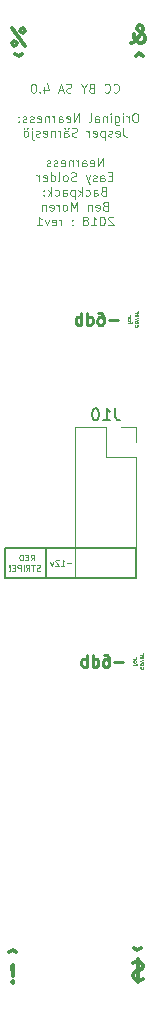
<source format=gbr>
G04 #@! TF.GenerationSoftware,KiCad,Pcbnew,(5.0.0-rc2-47-g52fceb3)*
G04 #@! TF.CreationDate,2018-06-13T16:52:08-05:00*
G04 #@! TF.ProjectId,nearness,6E6561726E6573732E6B696361645F70,rev?*
G04 #@! TF.SameCoordinates,Original*
G04 #@! TF.FileFunction,Legend,Bot*
G04 #@! TF.FilePolarity,Positive*
%FSLAX46Y46*%
G04 Gerber Fmt 4.6, Leading zero omitted, Abs format (unit mm)*
G04 Created by KiCad (PCBNEW (5.0.0-rc2-47-g52fceb3)) date Wednesday, June 13, 2018 at 04:52:08 PM*
%MOMM*%
%LPD*%
G01*
G04 APERTURE LIST*
%ADD10C,0.300000*%
%ADD11C,0.250000*%
%ADD12C,0.125000*%
%ADD13C,0.087500*%
%ADD14C,0.200000*%
%ADD15C,0.120000*%
%ADD16C,0.150000*%
G04 APERTURE END LIST*
D10*
X48633142Y-15664571D02*
X48704571Y-15664571D01*
X48847428Y-15593142D01*
X49061714Y-15378857D01*
X49418857Y-14950285D01*
X49561714Y-14736000D01*
X49633142Y-14521714D01*
X49633142Y-14378857D01*
X49561714Y-14236000D01*
X49418857Y-14164571D01*
X49347428Y-14164571D01*
X49204571Y-14236000D01*
X49133142Y-14378857D01*
X49133142Y-14450285D01*
X49204571Y-14593142D01*
X49276000Y-14664571D01*
X49704571Y-14950285D01*
X49776000Y-15021714D01*
X49847428Y-15164571D01*
X49847428Y-15378857D01*
X49776000Y-15521714D01*
X49704571Y-15593142D01*
X49561714Y-15664571D01*
X49347428Y-15664571D01*
X49204571Y-15593142D01*
X49133142Y-15521714D01*
X48918857Y-15236000D01*
X48847428Y-15021714D01*
X48847428Y-14878857D01*
X49041085Y-16745828D02*
X49326800Y-16531542D01*
X49612514Y-16745828D01*
D11*
X47994985Y-68092628D02*
X47233081Y-68092628D01*
X46328319Y-67473580D02*
X46518795Y-67473580D01*
X46614033Y-67521200D01*
X46661652Y-67568819D01*
X46756890Y-67711676D01*
X46804509Y-67902152D01*
X46804509Y-68283104D01*
X46756890Y-68378342D01*
X46709271Y-68425961D01*
X46614033Y-68473580D01*
X46423557Y-68473580D01*
X46328319Y-68425961D01*
X46280700Y-68378342D01*
X46233081Y-68283104D01*
X46233081Y-68045009D01*
X46280700Y-67949771D01*
X46328319Y-67902152D01*
X46423557Y-67854533D01*
X46614033Y-67854533D01*
X46709271Y-67902152D01*
X46756890Y-67949771D01*
X46804509Y-68045009D01*
X45375938Y-68473580D02*
X45375938Y-67473580D01*
X45375938Y-68425961D02*
X45471176Y-68473580D01*
X45661652Y-68473580D01*
X45756890Y-68425961D01*
X45804509Y-68378342D01*
X45852128Y-68283104D01*
X45852128Y-67997390D01*
X45804509Y-67902152D01*
X45756890Y-67854533D01*
X45661652Y-67806914D01*
X45471176Y-67806914D01*
X45375938Y-67854533D01*
X44899747Y-68473580D02*
X44899747Y-67473580D01*
X44899747Y-67854533D02*
X44804509Y-67806914D01*
X44614033Y-67806914D01*
X44518795Y-67854533D01*
X44471176Y-67902152D01*
X44423557Y-67997390D01*
X44423557Y-68283104D01*
X44471176Y-68378342D01*
X44518795Y-68425961D01*
X44614033Y-68473580D01*
X44804509Y-68473580D01*
X44899747Y-68425961D01*
D12*
X43579942Y-59725714D02*
X43198990Y-59725714D01*
X42698990Y-59916190D02*
X42984704Y-59916190D01*
X42841847Y-59916190D02*
X42841847Y-59416190D01*
X42889466Y-59487619D01*
X42937085Y-59535238D01*
X42984704Y-59559047D01*
X42508514Y-59463809D02*
X42484704Y-59440000D01*
X42437085Y-59416190D01*
X42318038Y-59416190D01*
X42270419Y-59440000D01*
X42246609Y-59463809D01*
X42222800Y-59511428D01*
X42222800Y-59559047D01*
X42246609Y-59630476D01*
X42532323Y-59916190D01*
X42222800Y-59916190D01*
X42056133Y-59582857D02*
X41937085Y-59916190D01*
X41818038Y-59582857D01*
D13*
X48983383Y-39531866D02*
X48966716Y-39565200D01*
X48966716Y-39631866D01*
X48983383Y-39665200D01*
X49000050Y-39681866D01*
X49033383Y-39698533D01*
X49133383Y-39698533D01*
X49166716Y-39681866D01*
X49183383Y-39665200D01*
X49200050Y-39631866D01*
X49200050Y-39565200D01*
X49183383Y-39531866D01*
X48966716Y-39331866D02*
X48983383Y-39365200D01*
X49000050Y-39381866D01*
X49033383Y-39398533D01*
X49133383Y-39398533D01*
X49166716Y-39381866D01*
X49183383Y-39365200D01*
X49200050Y-39331866D01*
X49200050Y-39281866D01*
X49183383Y-39248533D01*
X49166716Y-39231866D01*
X49133383Y-39215200D01*
X49033383Y-39215200D01*
X49000050Y-39231866D01*
X48983383Y-39248533D01*
X48966716Y-39281866D01*
X48966716Y-39331866D01*
X49200050Y-39098533D02*
X48966716Y-39015200D01*
X49200050Y-38931866D01*
X48983383Y-38665200D02*
X48966716Y-38698533D01*
X48966716Y-38765200D01*
X48983383Y-38798533D01*
X49016716Y-38815200D01*
X49150050Y-38815200D01*
X49183383Y-38798533D01*
X49200050Y-38765200D01*
X49200050Y-38698533D01*
X49183383Y-38665200D01*
X49150050Y-38648533D01*
X49116716Y-38648533D01*
X49083383Y-38815200D01*
X48966716Y-38498533D02*
X49200050Y-38498533D01*
X49133383Y-38498533D02*
X49166716Y-38481866D01*
X49183383Y-38465200D01*
X49200050Y-38431866D01*
X49200050Y-38398533D01*
X48587550Y-39398533D02*
X48587550Y-39265200D01*
X48354216Y-39348533D02*
X48654216Y-39348533D01*
X48687550Y-39331866D01*
X48704216Y-39298533D01*
X48704216Y-39265200D01*
X48354216Y-39098533D02*
X48370883Y-39131866D01*
X48387550Y-39148533D01*
X48420883Y-39165200D01*
X48520883Y-39165200D01*
X48554216Y-39148533D01*
X48570883Y-39131866D01*
X48587550Y-39098533D01*
X48587550Y-39048533D01*
X48570883Y-39015200D01*
X48554216Y-38998533D01*
X48520883Y-38981866D01*
X48420883Y-38981866D01*
X48387550Y-38998533D01*
X48370883Y-39015200D01*
X48354216Y-39048533D01*
X48354216Y-39098533D01*
X48354216Y-38831866D02*
X48587550Y-38831866D01*
X48520883Y-38831866D02*
X48554216Y-38815200D01*
X48570883Y-38798533D01*
X48587550Y-38765200D01*
X48587550Y-38731866D01*
D11*
X47532704Y-39136628D02*
X46770800Y-39136628D01*
X45866038Y-38517580D02*
X46056514Y-38517580D01*
X46151752Y-38565200D01*
X46199371Y-38612819D01*
X46294609Y-38755676D01*
X46342228Y-38946152D01*
X46342228Y-39327104D01*
X46294609Y-39422342D01*
X46246990Y-39469961D01*
X46151752Y-39517580D01*
X45961276Y-39517580D01*
X45866038Y-39469961D01*
X45818419Y-39422342D01*
X45770800Y-39327104D01*
X45770800Y-39089009D01*
X45818419Y-38993771D01*
X45866038Y-38946152D01*
X45961276Y-38898533D01*
X46151752Y-38898533D01*
X46246990Y-38946152D01*
X46294609Y-38993771D01*
X46342228Y-39089009D01*
X44913657Y-39517580D02*
X44913657Y-38517580D01*
X44913657Y-39469961D02*
X45008895Y-39517580D01*
X45199371Y-39517580D01*
X45294609Y-39469961D01*
X45342228Y-39422342D01*
X45389847Y-39327104D01*
X45389847Y-39041390D01*
X45342228Y-38946152D01*
X45294609Y-38898533D01*
X45199371Y-38850914D01*
X45008895Y-38850914D01*
X44913657Y-38898533D01*
X44437466Y-39517580D02*
X44437466Y-38517580D01*
X44437466Y-38898533D02*
X44342228Y-38850914D01*
X44151752Y-38850914D01*
X44056514Y-38898533D01*
X44008895Y-38946152D01*
X43961276Y-39041390D01*
X43961276Y-39327104D01*
X44008895Y-39422342D01*
X44056514Y-39469961D01*
X44151752Y-39517580D01*
X44342228Y-39517580D01*
X44437466Y-39469961D01*
D12*
X47159057Y-19788857D02*
X47194771Y-19824571D01*
X47301914Y-19860285D01*
X47373342Y-19860285D01*
X47480485Y-19824571D01*
X47551914Y-19753142D01*
X47587628Y-19681714D01*
X47623342Y-19538857D01*
X47623342Y-19431714D01*
X47587628Y-19288857D01*
X47551914Y-19217428D01*
X47480485Y-19146000D01*
X47373342Y-19110285D01*
X47301914Y-19110285D01*
X47194771Y-19146000D01*
X47159057Y-19181714D01*
X46409057Y-19788857D02*
X46444771Y-19824571D01*
X46551914Y-19860285D01*
X46623342Y-19860285D01*
X46730485Y-19824571D01*
X46801914Y-19753142D01*
X46837628Y-19681714D01*
X46873342Y-19538857D01*
X46873342Y-19431714D01*
X46837628Y-19288857D01*
X46801914Y-19217428D01*
X46730485Y-19146000D01*
X46623342Y-19110285D01*
X46551914Y-19110285D01*
X46444771Y-19146000D01*
X46409057Y-19181714D01*
X45266200Y-19467428D02*
X45159057Y-19503142D01*
X45123342Y-19538857D01*
X45087628Y-19610285D01*
X45087628Y-19717428D01*
X45123342Y-19788857D01*
X45159057Y-19824571D01*
X45230485Y-19860285D01*
X45516200Y-19860285D01*
X45516200Y-19110285D01*
X45266200Y-19110285D01*
X45194771Y-19146000D01*
X45159057Y-19181714D01*
X45123342Y-19253142D01*
X45123342Y-19324571D01*
X45159057Y-19396000D01*
X45194771Y-19431714D01*
X45266200Y-19467428D01*
X45516200Y-19467428D01*
X44623342Y-19503142D02*
X44623342Y-19860285D01*
X44873342Y-19110285D02*
X44623342Y-19503142D01*
X44373342Y-19110285D01*
X43587628Y-19824571D02*
X43480485Y-19860285D01*
X43301914Y-19860285D01*
X43230485Y-19824571D01*
X43194771Y-19788857D01*
X43159057Y-19717428D01*
X43159057Y-19646000D01*
X43194771Y-19574571D01*
X43230485Y-19538857D01*
X43301914Y-19503142D01*
X43444771Y-19467428D01*
X43516200Y-19431714D01*
X43551914Y-19396000D01*
X43587628Y-19324571D01*
X43587628Y-19253142D01*
X43551914Y-19181714D01*
X43516200Y-19146000D01*
X43444771Y-19110285D01*
X43266200Y-19110285D01*
X43159057Y-19146000D01*
X42873342Y-19646000D02*
X42516200Y-19646000D01*
X42944771Y-19860285D02*
X42694771Y-19110285D01*
X42444771Y-19860285D01*
X41301914Y-19360285D02*
X41301914Y-19860285D01*
X41480485Y-19074571D02*
X41659057Y-19610285D01*
X41194771Y-19610285D01*
X40909057Y-19788857D02*
X40873342Y-19824571D01*
X40909057Y-19860285D01*
X40944771Y-19824571D01*
X40909057Y-19788857D01*
X40909057Y-19860285D01*
X40409057Y-19110285D02*
X40337628Y-19110285D01*
X40266200Y-19146000D01*
X40230485Y-19181714D01*
X40194771Y-19253142D01*
X40159057Y-19396000D01*
X40159057Y-19574571D01*
X40194771Y-19717428D01*
X40230485Y-19788857D01*
X40266200Y-19824571D01*
X40337628Y-19860285D01*
X40409057Y-19860285D01*
X40480485Y-19824571D01*
X40516200Y-19788857D01*
X40551914Y-19717428D01*
X40587628Y-19574571D01*
X40587628Y-19396000D01*
X40551914Y-19253142D01*
X40516200Y-19181714D01*
X40480485Y-19146000D01*
X40409057Y-19110285D01*
X49069771Y-21610285D02*
X48926914Y-21610285D01*
X48855485Y-21646000D01*
X48784057Y-21717428D01*
X48748342Y-21860285D01*
X48748342Y-22110285D01*
X48784057Y-22253142D01*
X48855485Y-22324571D01*
X48926914Y-22360285D01*
X49069771Y-22360285D01*
X49141200Y-22324571D01*
X49212628Y-22253142D01*
X49248342Y-22110285D01*
X49248342Y-21860285D01*
X49212628Y-21717428D01*
X49141200Y-21646000D01*
X49069771Y-21610285D01*
X48426914Y-22360285D02*
X48426914Y-21860285D01*
X48426914Y-22003142D02*
X48391200Y-21931714D01*
X48355485Y-21896000D01*
X48284057Y-21860285D01*
X48212628Y-21860285D01*
X47962628Y-22360285D02*
X47962628Y-21860285D01*
X47962628Y-21610285D02*
X47998342Y-21646000D01*
X47962628Y-21681714D01*
X47926914Y-21646000D01*
X47962628Y-21610285D01*
X47962628Y-21681714D01*
X47284057Y-21860285D02*
X47284057Y-22467428D01*
X47319771Y-22538857D01*
X47355485Y-22574571D01*
X47426914Y-22610285D01*
X47534057Y-22610285D01*
X47605485Y-22574571D01*
X47284057Y-22324571D02*
X47355485Y-22360285D01*
X47498342Y-22360285D01*
X47569771Y-22324571D01*
X47605485Y-22288857D01*
X47641200Y-22217428D01*
X47641200Y-22003142D01*
X47605485Y-21931714D01*
X47569771Y-21896000D01*
X47498342Y-21860285D01*
X47355485Y-21860285D01*
X47284057Y-21896000D01*
X46926914Y-22360285D02*
X46926914Y-21860285D01*
X46926914Y-21610285D02*
X46962628Y-21646000D01*
X46926914Y-21681714D01*
X46891200Y-21646000D01*
X46926914Y-21610285D01*
X46926914Y-21681714D01*
X46569771Y-21860285D02*
X46569771Y-22360285D01*
X46569771Y-21931714D02*
X46534057Y-21896000D01*
X46462628Y-21860285D01*
X46355485Y-21860285D01*
X46284057Y-21896000D01*
X46248342Y-21967428D01*
X46248342Y-22360285D01*
X45569771Y-22360285D02*
X45569771Y-21967428D01*
X45605485Y-21896000D01*
X45676914Y-21860285D01*
X45819771Y-21860285D01*
X45891200Y-21896000D01*
X45569771Y-22324571D02*
X45641200Y-22360285D01*
X45819771Y-22360285D01*
X45891200Y-22324571D01*
X45926914Y-22253142D01*
X45926914Y-22181714D01*
X45891200Y-22110285D01*
X45819771Y-22074571D01*
X45641200Y-22074571D01*
X45569771Y-22038857D01*
X45105485Y-22360285D02*
X45176914Y-22324571D01*
X45212628Y-22253142D01*
X45212628Y-21610285D01*
X44248342Y-22360285D02*
X44248342Y-21610285D01*
X43819771Y-22360285D01*
X43819771Y-21610285D01*
X43176914Y-22324571D02*
X43248342Y-22360285D01*
X43391200Y-22360285D01*
X43462628Y-22324571D01*
X43498342Y-22253142D01*
X43498342Y-21967428D01*
X43462628Y-21896000D01*
X43391200Y-21860285D01*
X43248342Y-21860285D01*
X43176914Y-21896000D01*
X43141200Y-21967428D01*
X43141200Y-22038857D01*
X43498342Y-22110285D01*
X42498342Y-22360285D02*
X42498342Y-21967428D01*
X42534057Y-21896000D01*
X42605485Y-21860285D01*
X42748342Y-21860285D01*
X42819771Y-21896000D01*
X42498342Y-22324571D02*
X42569771Y-22360285D01*
X42748342Y-22360285D01*
X42819771Y-22324571D01*
X42855485Y-22253142D01*
X42855485Y-22181714D01*
X42819771Y-22110285D01*
X42748342Y-22074571D01*
X42569771Y-22074571D01*
X42498342Y-22038857D01*
X42141200Y-22360285D02*
X42141200Y-21860285D01*
X42141200Y-22003142D02*
X42105485Y-21931714D01*
X42069771Y-21896000D01*
X41998342Y-21860285D01*
X41926914Y-21860285D01*
X41676914Y-21860285D02*
X41676914Y-22360285D01*
X41676914Y-21931714D02*
X41641200Y-21896000D01*
X41569771Y-21860285D01*
X41462628Y-21860285D01*
X41391200Y-21896000D01*
X41355485Y-21967428D01*
X41355485Y-22360285D01*
X40712628Y-22324571D02*
X40784057Y-22360285D01*
X40926914Y-22360285D01*
X40998342Y-22324571D01*
X41034057Y-22253142D01*
X41034057Y-21967428D01*
X40998342Y-21896000D01*
X40926914Y-21860285D01*
X40784057Y-21860285D01*
X40712628Y-21896000D01*
X40676914Y-21967428D01*
X40676914Y-22038857D01*
X41034057Y-22110285D01*
X40391200Y-22324571D02*
X40319771Y-22360285D01*
X40176914Y-22360285D01*
X40105485Y-22324571D01*
X40069771Y-22253142D01*
X40069771Y-22217428D01*
X40105485Y-22146000D01*
X40176914Y-22110285D01*
X40284057Y-22110285D01*
X40355485Y-22074571D01*
X40391200Y-22003142D01*
X40391200Y-21967428D01*
X40355485Y-21896000D01*
X40284057Y-21860285D01*
X40176914Y-21860285D01*
X40105485Y-21896000D01*
X39784057Y-22324571D02*
X39712628Y-22360285D01*
X39569771Y-22360285D01*
X39498342Y-22324571D01*
X39462628Y-22253142D01*
X39462628Y-22217428D01*
X39498342Y-22146000D01*
X39569771Y-22110285D01*
X39676914Y-22110285D01*
X39748342Y-22074571D01*
X39784057Y-22003142D01*
X39784057Y-21967428D01*
X39748342Y-21896000D01*
X39676914Y-21860285D01*
X39569771Y-21860285D01*
X39498342Y-21896000D01*
X39141200Y-22288857D02*
X39105485Y-22324571D01*
X39141200Y-22360285D01*
X39176914Y-22324571D01*
X39141200Y-22288857D01*
X39141200Y-22360285D01*
X39141200Y-21896000D02*
X39105485Y-21931714D01*
X39141200Y-21967428D01*
X39176914Y-21931714D01*
X39141200Y-21896000D01*
X39141200Y-21967428D01*
X47998342Y-22860285D02*
X47998342Y-23396000D01*
X48034057Y-23503142D01*
X48105485Y-23574571D01*
X48212628Y-23610285D01*
X48284057Y-23610285D01*
X47355485Y-23574571D02*
X47426914Y-23610285D01*
X47569771Y-23610285D01*
X47641200Y-23574571D01*
X47676914Y-23503142D01*
X47676914Y-23217428D01*
X47641200Y-23146000D01*
X47569771Y-23110285D01*
X47426914Y-23110285D01*
X47355485Y-23146000D01*
X47319771Y-23217428D01*
X47319771Y-23288857D01*
X47676914Y-23360285D01*
X47034057Y-23574571D02*
X46962628Y-23610285D01*
X46819771Y-23610285D01*
X46748342Y-23574571D01*
X46712628Y-23503142D01*
X46712628Y-23467428D01*
X46748342Y-23396000D01*
X46819771Y-23360285D01*
X46926914Y-23360285D01*
X46998342Y-23324571D01*
X47034057Y-23253142D01*
X47034057Y-23217428D01*
X46998342Y-23146000D01*
X46926914Y-23110285D01*
X46819771Y-23110285D01*
X46748342Y-23146000D01*
X46391200Y-23110285D02*
X46391200Y-23860285D01*
X46391200Y-23146000D02*
X46319771Y-23110285D01*
X46176914Y-23110285D01*
X46105485Y-23146000D01*
X46069771Y-23181714D01*
X46034057Y-23253142D01*
X46034057Y-23467428D01*
X46069771Y-23538857D01*
X46105485Y-23574571D01*
X46176914Y-23610285D01*
X46319771Y-23610285D01*
X46391200Y-23574571D01*
X45426914Y-23574571D02*
X45498342Y-23610285D01*
X45641200Y-23610285D01*
X45712628Y-23574571D01*
X45748342Y-23503142D01*
X45748342Y-23217428D01*
X45712628Y-23146000D01*
X45641200Y-23110285D01*
X45498342Y-23110285D01*
X45426914Y-23146000D01*
X45391200Y-23217428D01*
X45391200Y-23288857D01*
X45748342Y-23360285D01*
X45069771Y-23610285D02*
X45069771Y-23110285D01*
X45069771Y-23253142D02*
X45034057Y-23181714D01*
X44998342Y-23146000D01*
X44926914Y-23110285D01*
X44855485Y-23110285D01*
X44069771Y-23574571D02*
X43962628Y-23610285D01*
X43784057Y-23610285D01*
X43712628Y-23574571D01*
X43676914Y-23538857D01*
X43641200Y-23467428D01*
X43641200Y-23396000D01*
X43676914Y-23324571D01*
X43712628Y-23288857D01*
X43784057Y-23253142D01*
X43926914Y-23217428D01*
X43998342Y-23181714D01*
X44034057Y-23146000D01*
X44069771Y-23074571D01*
X44069771Y-23003142D01*
X44034057Y-22931714D01*
X43998342Y-22896000D01*
X43926914Y-22860285D01*
X43748342Y-22860285D01*
X43641200Y-22896000D01*
X42998342Y-23610285D02*
X42998342Y-23217428D01*
X43034057Y-23146000D01*
X43105485Y-23110285D01*
X43248342Y-23110285D01*
X43319771Y-23146000D01*
X42998342Y-23574571D02*
X43069771Y-23610285D01*
X43248342Y-23610285D01*
X43319771Y-23574571D01*
X43355485Y-23503142D01*
X43355485Y-23431714D01*
X43319771Y-23360285D01*
X43248342Y-23324571D01*
X43069771Y-23324571D01*
X42998342Y-23288857D01*
X43319771Y-22860285D02*
X43284057Y-22896000D01*
X43319771Y-22931714D01*
X43355485Y-22896000D01*
X43319771Y-22860285D01*
X43319771Y-22931714D01*
X43034057Y-22860285D02*
X42998342Y-22896000D01*
X43034057Y-22931714D01*
X43069771Y-22896000D01*
X43034057Y-22860285D01*
X43034057Y-22931714D01*
X42641200Y-23610285D02*
X42641200Y-23110285D01*
X42641200Y-23253142D02*
X42605485Y-23181714D01*
X42569771Y-23146000D01*
X42498342Y-23110285D01*
X42426914Y-23110285D01*
X42176914Y-23110285D02*
X42176914Y-23610285D01*
X42176914Y-23181714D02*
X42141200Y-23146000D01*
X42069771Y-23110285D01*
X41962628Y-23110285D01*
X41891200Y-23146000D01*
X41855485Y-23217428D01*
X41855485Y-23610285D01*
X41212628Y-23574571D02*
X41284057Y-23610285D01*
X41426914Y-23610285D01*
X41498342Y-23574571D01*
X41534057Y-23503142D01*
X41534057Y-23217428D01*
X41498342Y-23146000D01*
X41426914Y-23110285D01*
X41284057Y-23110285D01*
X41212628Y-23146000D01*
X41176914Y-23217428D01*
X41176914Y-23288857D01*
X41534057Y-23360285D01*
X40891200Y-23574571D02*
X40819771Y-23610285D01*
X40676914Y-23610285D01*
X40605485Y-23574571D01*
X40569771Y-23503142D01*
X40569771Y-23467428D01*
X40605485Y-23396000D01*
X40676914Y-23360285D01*
X40784057Y-23360285D01*
X40855485Y-23324571D01*
X40891200Y-23253142D01*
X40891200Y-23217428D01*
X40855485Y-23146000D01*
X40784057Y-23110285D01*
X40676914Y-23110285D01*
X40605485Y-23146000D01*
X40248342Y-23110285D02*
X40248342Y-23753142D01*
X40284057Y-23824571D01*
X40355485Y-23860285D01*
X40391200Y-23860285D01*
X40248342Y-22860285D02*
X40284057Y-22896000D01*
X40248342Y-22931714D01*
X40212628Y-22896000D01*
X40248342Y-22860285D01*
X40248342Y-22931714D01*
X39784057Y-23610285D02*
X39855485Y-23574571D01*
X39891200Y-23538857D01*
X39926914Y-23467428D01*
X39926914Y-23253142D01*
X39891200Y-23181714D01*
X39855485Y-23146000D01*
X39784057Y-23110285D01*
X39676914Y-23110285D01*
X39605485Y-23146000D01*
X39569771Y-23181714D01*
X39534057Y-23253142D01*
X39534057Y-23467428D01*
X39569771Y-23538857D01*
X39605485Y-23574571D01*
X39676914Y-23610285D01*
X39784057Y-23610285D01*
X39855485Y-22860285D02*
X39819771Y-22896000D01*
X39855485Y-22931714D01*
X39891200Y-22896000D01*
X39855485Y-22860285D01*
X39855485Y-22931714D01*
X39569771Y-22860285D02*
X39534057Y-22896000D01*
X39569771Y-22931714D01*
X39605485Y-22896000D01*
X39569771Y-22860285D01*
X39569771Y-22931714D01*
X46266200Y-26110285D02*
X46266200Y-25360285D01*
X45837628Y-26110285D01*
X45837628Y-25360285D01*
X45194771Y-26074571D02*
X45266200Y-26110285D01*
X45409057Y-26110285D01*
X45480485Y-26074571D01*
X45516200Y-26003142D01*
X45516200Y-25717428D01*
X45480485Y-25646000D01*
X45409057Y-25610285D01*
X45266200Y-25610285D01*
X45194771Y-25646000D01*
X45159057Y-25717428D01*
X45159057Y-25788857D01*
X45516200Y-25860285D01*
X44516200Y-26110285D02*
X44516200Y-25717428D01*
X44551914Y-25646000D01*
X44623342Y-25610285D01*
X44766200Y-25610285D01*
X44837628Y-25646000D01*
X44516200Y-26074571D02*
X44587628Y-26110285D01*
X44766200Y-26110285D01*
X44837628Y-26074571D01*
X44873342Y-26003142D01*
X44873342Y-25931714D01*
X44837628Y-25860285D01*
X44766200Y-25824571D01*
X44587628Y-25824571D01*
X44516200Y-25788857D01*
X44159057Y-26110285D02*
X44159057Y-25610285D01*
X44159057Y-25753142D02*
X44123342Y-25681714D01*
X44087628Y-25646000D01*
X44016200Y-25610285D01*
X43944771Y-25610285D01*
X43694771Y-25610285D02*
X43694771Y-26110285D01*
X43694771Y-25681714D02*
X43659057Y-25646000D01*
X43587628Y-25610285D01*
X43480485Y-25610285D01*
X43409057Y-25646000D01*
X43373342Y-25717428D01*
X43373342Y-26110285D01*
X42730485Y-26074571D02*
X42801914Y-26110285D01*
X42944771Y-26110285D01*
X43016200Y-26074571D01*
X43051914Y-26003142D01*
X43051914Y-25717428D01*
X43016200Y-25646000D01*
X42944771Y-25610285D01*
X42801914Y-25610285D01*
X42730485Y-25646000D01*
X42694771Y-25717428D01*
X42694771Y-25788857D01*
X43051914Y-25860285D01*
X42409057Y-26074571D02*
X42337628Y-26110285D01*
X42194771Y-26110285D01*
X42123342Y-26074571D01*
X42087628Y-26003142D01*
X42087628Y-25967428D01*
X42123342Y-25896000D01*
X42194771Y-25860285D01*
X42301914Y-25860285D01*
X42373342Y-25824571D01*
X42409057Y-25753142D01*
X42409057Y-25717428D01*
X42373342Y-25646000D01*
X42301914Y-25610285D01*
X42194771Y-25610285D01*
X42123342Y-25646000D01*
X41801914Y-26074571D02*
X41730485Y-26110285D01*
X41587628Y-26110285D01*
X41516200Y-26074571D01*
X41480485Y-26003142D01*
X41480485Y-25967428D01*
X41516200Y-25896000D01*
X41587628Y-25860285D01*
X41694771Y-25860285D01*
X41766200Y-25824571D01*
X41801914Y-25753142D01*
X41801914Y-25717428D01*
X41766200Y-25646000D01*
X41694771Y-25610285D01*
X41587628Y-25610285D01*
X41516200Y-25646000D01*
X47051914Y-26967428D02*
X46801914Y-26967428D01*
X46694771Y-27360285D02*
X47051914Y-27360285D01*
X47051914Y-26610285D01*
X46694771Y-26610285D01*
X46051914Y-27360285D02*
X46051914Y-26967428D01*
X46087628Y-26896000D01*
X46159057Y-26860285D01*
X46301914Y-26860285D01*
X46373342Y-26896000D01*
X46051914Y-27324571D02*
X46123342Y-27360285D01*
X46301914Y-27360285D01*
X46373342Y-27324571D01*
X46409057Y-27253142D01*
X46409057Y-27181714D01*
X46373342Y-27110285D01*
X46301914Y-27074571D01*
X46123342Y-27074571D01*
X46051914Y-27038857D01*
X45730485Y-27324571D02*
X45659057Y-27360285D01*
X45516200Y-27360285D01*
X45444771Y-27324571D01*
X45409057Y-27253142D01*
X45409057Y-27217428D01*
X45444771Y-27146000D01*
X45516200Y-27110285D01*
X45623342Y-27110285D01*
X45694771Y-27074571D01*
X45730485Y-27003142D01*
X45730485Y-26967428D01*
X45694771Y-26896000D01*
X45623342Y-26860285D01*
X45516200Y-26860285D01*
X45444771Y-26896000D01*
X45159057Y-26860285D02*
X44980485Y-27360285D01*
X44801914Y-26860285D02*
X44980485Y-27360285D01*
X45051914Y-27538857D01*
X45087628Y-27574571D01*
X45159057Y-27610285D01*
X43980485Y-27324571D02*
X43873342Y-27360285D01*
X43694771Y-27360285D01*
X43623342Y-27324571D01*
X43587628Y-27288857D01*
X43551914Y-27217428D01*
X43551914Y-27146000D01*
X43587628Y-27074571D01*
X43623342Y-27038857D01*
X43694771Y-27003142D01*
X43837628Y-26967428D01*
X43909057Y-26931714D01*
X43944771Y-26896000D01*
X43980485Y-26824571D01*
X43980485Y-26753142D01*
X43944771Y-26681714D01*
X43909057Y-26646000D01*
X43837628Y-26610285D01*
X43659057Y-26610285D01*
X43551914Y-26646000D01*
X43123342Y-27360285D02*
X43194771Y-27324571D01*
X43230485Y-27288857D01*
X43266200Y-27217428D01*
X43266200Y-27003142D01*
X43230485Y-26931714D01*
X43194771Y-26896000D01*
X43123342Y-26860285D01*
X43016200Y-26860285D01*
X42944771Y-26896000D01*
X42909057Y-26931714D01*
X42873342Y-27003142D01*
X42873342Y-27217428D01*
X42909057Y-27288857D01*
X42944771Y-27324571D01*
X43016200Y-27360285D01*
X43123342Y-27360285D01*
X42444771Y-27360285D02*
X42516200Y-27324571D01*
X42551914Y-27253142D01*
X42551914Y-26610285D01*
X41837628Y-27360285D02*
X41837628Y-26610285D01*
X41837628Y-27324571D02*
X41909057Y-27360285D01*
X42051914Y-27360285D01*
X42123342Y-27324571D01*
X42159057Y-27288857D01*
X42194771Y-27217428D01*
X42194771Y-27003142D01*
X42159057Y-26931714D01*
X42123342Y-26896000D01*
X42051914Y-26860285D01*
X41909057Y-26860285D01*
X41837628Y-26896000D01*
X41194771Y-27324571D02*
X41266200Y-27360285D01*
X41409057Y-27360285D01*
X41480485Y-27324571D01*
X41516200Y-27253142D01*
X41516200Y-26967428D01*
X41480485Y-26896000D01*
X41409057Y-26860285D01*
X41266200Y-26860285D01*
X41194771Y-26896000D01*
X41159057Y-26967428D01*
X41159057Y-27038857D01*
X41516200Y-27110285D01*
X40837628Y-27360285D02*
X40837628Y-26860285D01*
X40837628Y-27003142D02*
X40801914Y-26931714D01*
X40766200Y-26896000D01*
X40694771Y-26860285D01*
X40623342Y-26860285D01*
X46284057Y-28217428D02*
X46176914Y-28253142D01*
X46141200Y-28288857D01*
X46105485Y-28360285D01*
X46105485Y-28467428D01*
X46141200Y-28538857D01*
X46176914Y-28574571D01*
X46248342Y-28610285D01*
X46534057Y-28610285D01*
X46534057Y-27860285D01*
X46284057Y-27860285D01*
X46212628Y-27896000D01*
X46176914Y-27931714D01*
X46141200Y-28003142D01*
X46141200Y-28074571D01*
X46176914Y-28146000D01*
X46212628Y-28181714D01*
X46284057Y-28217428D01*
X46534057Y-28217428D01*
X45462628Y-28610285D02*
X45462628Y-28217428D01*
X45498342Y-28146000D01*
X45569771Y-28110285D01*
X45712628Y-28110285D01*
X45784057Y-28146000D01*
X45462628Y-28574571D02*
X45534057Y-28610285D01*
X45712628Y-28610285D01*
X45784057Y-28574571D01*
X45819771Y-28503142D01*
X45819771Y-28431714D01*
X45784057Y-28360285D01*
X45712628Y-28324571D01*
X45534057Y-28324571D01*
X45462628Y-28288857D01*
X44784057Y-28574571D02*
X44855485Y-28610285D01*
X44998342Y-28610285D01*
X45069771Y-28574571D01*
X45105485Y-28538857D01*
X45141200Y-28467428D01*
X45141200Y-28253142D01*
X45105485Y-28181714D01*
X45069771Y-28146000D01*
X44998342Y-28110285D01*
X44855485Y-28110285D01*
X44784057Y-28146000D01*
X44462628Y-28610285D02*
X44462628Y-27860285D01*
X44391200Y-28324571D02*
X44176914Y-28610285D01*
X44176914Y-28110285D02*
X44462628Y-28396000D01*
X43855485Y-28110285D02*
X43855485Y-28860285D01*
X43855485Y-28146000D02*
X43784057Y-28110285D01*
X43641200Y-28110285D01*
X43569771Y-28146000D01*
X43534057Y-28181714D01*
X43498342Y-28253142D01*
X43498342Y-28467428D01*
X43534057Y-28538857D01*
X43569771Y-28574571D01*
X43641200Y-28610285D01*
X43784057Y-28610285D01*
X43855485Y-28574571D01*
X42855485Y-28610285D02*
X42855485Y-28217428D01*
X42891200Y-28146000D01*
X42962628Y-28110285D01*
X43105485Y-28110285D01*
X43176914Y-28146000D01*
X42855485Y-28574571D02*
X42926914Y-28610285D01*
X43105485Y-28610285D01*
X43176914Y-28574571D01*
X43212628Y-28503142D01*
X43212628Y-28431714D01*
X43176914Y-28360285D01*
X43105485Y-28324571D01*
X42926914Y-28324571D01*
X42855485Y-28288857D01*
X42176914Y-28574571D02*
X42248342Y-28610285D01*
X42391200Y-28610285D01*
X42462628Y-28574571D01*
X42498342Y-28538857D01*
X42534057Y-28467428D01*
X42534057Y-28253142D01*
X42498342Y-28181714D01*
X42462628Y-28146000D01*
X42391200Y-28110285D01*
X42248342Y-28110285D01*
X42176914Y-28146000D01*
X41855485Y-28610285D02*
X41855485Y-27860285D01*
X41784057Y-28324571D02*
X41569771Y-28610285D01*
X41569771Y-28110285D02*
X41855485Y-28396000D01*
X41248342Y-28538857D02*
X41212628Y-28574571D01*
X41248342Y-28610285D01*
X41284057Y-28574571D01*
X41248342Y-28538857D01*
X41248342Y-28610285D01*
X41248342Y-28146000D02*
X41212628Y-28181714D01*
X41248342Y-28217428D01*
X41284057Y-28181714D01*
X41248342Y-28146000D01*
X41248342Y-28217428D01*
X46444771Y-29467428D02*
X46337628Y-29503142D01*
X46301914Y-29538857D01*
X46266200Y-29610285D01*
X46266200Y-29717428D01*
X46301914Y-29788857D01*
X46337628Y-29824571D01*
X46409057Y-29860285D01*
X46694771Y-29860285D01*
X46694771Y-29110285D01*
X46444771Y-29110285D01*
X46373342Y-29146000D01*
X46337628Y-29181714D01*
X46301914Y-29253142D01*
X46301914Y-29324571D01*
X46337628Y-29396000D01*
X46373342Y-29431714D01*
X46444771Y-29467428D01*
X46694771Y-29467428D01*
X45659057Y-29824571D02*
X45730485Y-29860285D01*
X45873342Y-29860285D01*
X45944771Y-29824571D01*
X45980485Y-29753142D01*
X45980485Y-29467428D01*
X45944771Y-29396000D01*
X45873342Y-29360285D01*
X45730485Y-29360285D01*
X45659057Y-29396000D01*
X45623342Y-29467428D01*
X45623342Y-29538857D01*
X45980485Y-29610285D01*
X45301914Y-29360285D02*
X45301914Y-29860285D01*
X45301914Y-29431714D02*
X45266200Y-29396000D01*
X45194771Y-29360285D01*
X45087628Y-29360285D01*
X45016200Y-29396000D01*
X44980485Y-29467428D01*
X44980485Y-29860285D01*
X44051914Y-29860285D02*
X44051914Y-29110285D01*
X43801914Y-29646000D01*
X43551914Y-29110285D01*
X43551914Y-29860285D01*
X43087628Y-29860285D02*
X43159057Y-29824571D01*
X43194771Y-29788857D01*
X43230485Y-29717428D01*
X43230485Y-29503142D01*
X43194771Y-29431714D01*
X43159057Y-29396000D01*
X43087628Y-29360285D01*
X42980485Y-29360285D01*
X42909057Y-29396000D01*
X42873342Y-29431714D01*
X42837628Y-29503142D01*
X42837628Y-29717428D01*
X42873342Y-29788857D01*
X42909057Y-29824571D01*
X42980485Y-29860285D01*
X43087628Y-29860285D01*
X42516200Y-29860285D02*
X42516200Y-29360285D01*
X42516200Y-29503142D02*
X42480485Y-29431714D01*
X42444771Y-29396000D01*
X42373342Y-29360285D01*
X42301914Y-29360285D01*
X41766200Y-29824571D02*
X41837628Y-29860285D01*
X41980485Y-29860285D01*
X42051914Y-29824571D01*
X42087628Y-29753142D01*
X42087628Y-29467428D01*
X42051914Y-29396000D01*
X41980485Y-29360285D01*
X41837628Y-29360285D01*
X41766200Y-29396000D01*
X41730485Y-29467428D01*
X41730485Y-29538857D01*
X42087628Y-29610285D01*
X41409057Y-29360285D02*
X41409057Y-29860285D01*
X41409057Y-29431714D02*
X41373342Y-29396000D01*
X41301914Y-29360285D01*
X41194771Y-29360285D01*
X41123342Y-29396000D01*
X41087628Y-29467428D01*
X41087628Y-29860285D01*
X47123342Y-30431714D02*
X47087628Y-30396000D01*
X47016200Y-30360285D01*
X46837628Y-30360285D01*
X46766200Y-30396000D01*
X46730485Y-30431714D01*
X46694771Y-30503142D01*
X46694771Y-30574571D01*
X46730485Y-30681714D01*
X47159057Y-31110285D01*
X46694771Y-31110285D01*
X46230485Y-30360285D02*
X46159057Y-30360285D01*
X46087628Y-30396000D01*
X46051914Y-30431714D01*
X46016200Y-30503142D01*
X45980485Y-30646000D01*
X45980485Y-30824571D01*
X46016200Y-30967428D01*
X46051914Y-31038857D01*
X46087628Y-31074571D01*
X46159057Y-31110285D01*
X46230485Y-31110285D01*
X46301914Y-31074571D01*
X46337628Y-31038857D01*
X46373342Y-30967428D01*
X46409057Y-30824571D01*
X46409057Y-30646000D01*
X46373342Y-30503142D01*
X46337628Y-30431714D01*
X46301914Y-30396000D01*
X46230485Y-30360285D01*
X45266200Y-31110285D02*
X45694771Y-31110285D01*
X45480485Y-31110285D02*
X45480485Y-30360285D01*
X45551914Y-30467428D01*
X45623342Y-30538857D01*
X45694771Y-30574571D01*
X44837628Y-30681714D02*
X44909057Y-30646000D01*
X44944771Y-30610285D01*
X44980485Y-30538857D01*
X44980485Y-30503142D01*
X44944771Y-30431714D01*
X44909057Y-30396000D01*
X44837628Y-30360285D01*
X44694771Y-30360285D01*
X44623342Y-30396000D01*
X44587628Y-30431714D01*
X44551914Y-30503142D01*
X44551914Y-30538857D01*
X44587628Y-30610285D01*
X44623342Y-30646000D01*
X44694771Y-30681714D01*
X44837628Y-30681714D01*
X44909057Y-30717428D01*
X44944771Y-30753142D01*
X44980485Y-30824571D01*
X44980485Y-30967428D01*
X44944771Y-31038857D01*
X44909057Y-31074571D01*
X44837628Y-31110285D01*
X44694771Y-31110285D01*
X44623342Y-31074571D01*
X44587628Y-31038857D01*
X44551914Y-30967428D01*
X44551914Y-30824571D01*
X44587628Y-30753142D01*
X44623342Y-30717428D01*
X44694771Y-30681714D01*
X43659057Y-31038857D02*
X43623342Y-31074571D01*
X43659057Y-31110285D01*
X43694771Y-31074571D01*
X43659057Y-31038857D01*
X43659057Y-31110285D01*
X43659057Y-30646000D02*
X43623342Y-30681714D01*
X43659057Y-30717428D01*
X43694771Y-30681714D01*
X43659057Y-30646000D01*
X43659057Y-30717428D01*
X42730485Y-31110285D02*
X42730485Y-30610285D01*
X42730485Y-30753142D02*
X42694771Y-30681714D01*
X42659057Y-30646000D01*
X42587628Y-30610285D01*
X42516200Y-30610285D01*
X41980485Y-31074571D02*
X42051914Y-31110285D01*
X42194771Y-31110285D01*
X42266200Y-31074571D01*
X42301914Y-31003142D01*
X42301914Y-30717428D01*
X42266200Y-30646000D01*
X42194771Y-30610285D01*
X42051914Y-30610285D01*
X41980485Y-30646000D01*
X41944771Y-30717428D01*
X41944771Y-30788857D01*
X42301914Y-30860285D01*
X41694771Y-30610285D02*
X41516200Y-31110285D01*
X41337628Y-30610285D01*
X40659057Y-31110285D02*
X41087628Y-31110285D01*
X40873342Y-31110285D02*
X40873342Y-30360285D01*
X40944771Y-30467428D01*
X41016200Y-30538857D01*
X41087628Y-30574571D01*
D10*
X39687428Y-15918571D02*
X38544571Y-14418571D01*
X39473142Y-14418571D02*
X39330285Y-14490000D01*
X39258857Y-14632857D01*
X39330285Y-14775714D01*
X39473142Y-14847142D01*
X39616000Y-14775714D01*
X39687428Y-14632857D01*
X39616000Y-14490000D01*
X39473142Y-14418571D01*
X38616000Y-15847142D02*
X38544571Y-15704285D01*
X38616000Y-15561428D01*
X38758857Y-15490000D01*
X38901714Y-15561428D01*
X38973142Y-15704285D01*
X38901714Y-15847142D01*
X38758857Y-15918571D01*
X38616000Y-15847142D01*
X39401714Y-16578971D02*
X39116000Y-16793257D01*
X38830285Y-16578971D01*
D13*
X49445664Y-68487866D02*
X49428997Y-68521200D01*
X49428997Y-68587866D01*
X49445664Y-68621200D01*
X49462331Y-68637866D01*
X49495664Y-68654533D01*
X49595664Y-68654533D01*
X49628997Y-68637866D01*
X49645664Y-68621200D01*
X49662331Y-68587866D01*
X49662331Y-68521200D01*
X49645664Y-68487866D01*
X49428997Y-68287866D02*
X49445664Y-68321200D01*
X49462331Y-68337866D01*
X49495664Y-68354533D01*
X49595664Y-68354533D01*
X49628997Y-68337866D01*
X49645664Y-68321200D01*
X49662331Y-68287866D01*
X49662331Y-68237866D01*
X49645664Y-68204533D01*
X49628997Y-68187866D01*
X49595664Y-68171200D01*
X49495664Y-68171200D01*
X49462331Y-68187866D01*
X49445664Y-68204533D01*
X49428997Y-68237866D01*
X49428997Y-68287866D01*
X49662331Y-68054533D02*
X49428997Y-67971200D01*
X49662331Y-67887866D01*
X49445664Y-67621200D02*
X49428997Y-67654533D01*
X49428997Y-67721200D01*
X49445664Y-67754533D01*
X49478997Y-67771200D01*
X49612331Y-67771200D01*
X49645664Y-67754533D01*
X49662331Y-67721200D01*
X49662331Y-67654533D01*
X49645664Y-67621200D01*
X49612331Y-67604533D01*
X49578997Y-67604533D01*
X49545664Y-67771200D01*
X49428997Y-67454533D02*
X49662331Y-67454533D01*
X49595664Y-67454533D02*
X49628997Y-67437866D01*
X49645664Y-67421200D01*
X49662331Y-67387866D01*
X49662331Y-67354533D01*
X49049831Y-68354533D02*
X49049831Y-68221200D01*
X48816497Y-68304533D02*
X49116497Y-68304533D01*
X49149831Y-68287866D01*
X49166497Y-68254533D01*
X49166497Y-68221200D01*
X48816497Y-68054533D02*
X48833164Y-68087866D01*
X48849831Y-68104533D01*
X48883164Y-68121200D01*
X48983164Y-68121200D01*
X49016497Y-68104533D01*
X49033164Y-68087866D01*
X49049831Y-68054533D01*
X49049831Y-68004533D01*
X49033164Y-67971200D01*
X49016497Y-67954533D01*
X48983164Y-67937866D01*
X48883164Y-67937866D01*
X48849831Y-67954533D01*
X48833164Y-67971200D01*
X48816497Y-68004533D01*
X48816497Y-68054533D01*
X48816497Y-67787866D02*
X49049831Y-67787866D01*
X48983164Y-67787866D02*
X49016497Y-67771200D01*
X49033164Y-67754533D01*
X49049831Y-67721200D01*
X49049831Y-67687866D01*
D10*
X49653771Y-94891942D02*
X49439485Y-94963371D01*
X49082342Y-94963371D01*
X48939485Y-94891942D01*
X48868057Y-94820514D01*
X48796628Y-94677657D01*
X48796628Y-94534800D01*
X48868057Y-94391942D01*
X48939485Y-94320514D01*
X49082342Y-94249085D01*
X49368057Y-94177657D01*
X49510914Y-94106228D01*
X49582342Y-94034800D01*
X49653771Y-93891942D01*
X49653771Y-93749085D01*
X49582342Y-93606228D01*
X49510914Y-93534800D01*
X49368057Y-93463371D01*
X49010914Y-93463371D01*
X48796628Y-93534800D01*
X49225200Y-93249085D02*
X49225200Y-95177657D01*
X49460114Y-92270971D02*
X49174400Y-92485257D01*
X48888685Y-92270971D01*
D12*
X40135904Y-59478690D02*
X40302571Y-59240595D01*
X40421619Y-59478690D02*
X40421619Y-58978690D01*
X40231142Y-58978690D01*
X40183523Y-59002500D01*
X40159714Y-59026309D01*
X40135904Y-59073928D01*
X40135904Y-59145357D01*
X40159714Y-59192976D01*
X40183523Y-59216785D01*
X40231142Y-59240595D01*
X40421619Y-59240595D01*
X39921619Y-59216785D02*
X39754952Y-59216785D01*
X39683523Y-59478690D02*
X39921619Y-59478690D01*
X39921619Y-58978690D01*
X39683523Y-58978690D01*
X39469238Y-59478690D02*
X39469238Y-58978690D01*
X39350190Y-58978690D01*
X39278761Y-59002500D01*
X39231142Y-59050119D01*
X39207333Y-59097738D01*
X39183523Y-59192976D01*
X39183523Y-59264404D01*
X39207333Y-59359642D01*
X39231142Y-59407261D01*
X39278761Y-59454880D01*
X39350190Y-59478690D01*
X39469238Y-59478690D01*
X40921619Y-60329880D02*
X40850190Y-60353690D01*
X40731142Y-60353690D01*
X40683523Y-60329880D01*
X40659714Y-60306071D01*
X40635904Y-60258452D01*
X40635904Y-60210833D01*
X40659714Y-60163214D01*
X40683523Y-60139404D01*
X40731142Y-60115595D01*
X40826380Y-60091785D01*
X40874000Y-60067976D01*
X40897809Y-60044166D01*
X40921619Y-59996547D01*
X40921619Y-59948928D01*
X40897809Y-59901309D01*
X40874000Y-59877500D01*
X40826380Y-59853690D01*
X40707333Y-59853690D01*
X40635904Y-59877500D01*
X40493047Y-59853690D02*
X40207333Y-59853690D01*
X40350190Y-60353690D02*
X40350190Y-59853690D01*
X39754952Y-60353690D02*
X39921619Y-60115595D01*
X40040666Y-60353690D02*
X40040666Y-59853690D01*
X39850190Y-59853690D01*
X39802571Y-59877500D01*
X39778761Y-59901309D01*
X39754952Y-59948928D01*
X39754952Y-60020357D01*
X39778761Y-60067976D01*
X39802571Y-60091785D01*
X39850190Y-60115595D01*
X40040666Y-60115595D01*
X39540666Y-60353690D02*
X39540666Y-59853690D01*
X39302571Y-60353690D02*
X39302571Y-59853690D01*
X39112095Y-59853690D01*
X39064476Y-59877500D01*
X39040666Y-59901309D01*
X39016857Y-59948928D01*
X39016857Y-60020357D01*
X39040666Y-60067976D01*
X39064476Y-60091785D01*
X39112095Y-60115595D01*
X39302571Y-60115595D01*
X38802571Y-60091785D02*
X38635904Y-60091785D01*
X38564476Y-60353690D02*
X38802571Y-60353690D01*
X38802571Y-59853690D01*
X38564476Y-59853690D01*
X38350190Y-60306071D02*
X38326380Y-60329880D01*
X38350190Y-60353690D01*
X38374000Y-60329880D01*
X38350190Y-60306071D01*
X38350190Y-60353690D01*
X38350190Y-60163214D02*
X38374000Y-59877500D01*
X38350190Y-59853690D01*
X38326380Y-59877500D01*
X38350190Y-60163214D01*
X38350190Y-59853690D01*
D10*
X38322285Y-92641028D02*
X38608000Y-92426742D01*
X38893714Y-92641028D01*
X38608000Y-95125314D02*
X38536571Y-95196742D01*
X38608000Y-95268171D01*
X38679428Y-95196742D01*
X38608000Y-95125314D01*
X38608000Y-95268171D01*
X38608000Y-94696742D02*
X38679428Y-93839600D01*
X38608000Y-93768171D01*
X38536571Y-93839600D01*
X38608000Y-94696742D01*
X38608000Y-93768171D01*
D14*
X41402000Y-58420000D02*
X41402000Y-60960000D01*
X49022000Y-60960000D02*
X49022000Y-58420000D01*
X37947600Y-60960000D02*
X49022000Y-60960000D01*
X37947600Y-58420000D02*
X37947600Y-60960000D01*
X49022000Y-58420000D02*
X37947600Y-58420000D01*
D15*
G04 #@! TO.C,J10*
X49082000Y-60966406D02*
X43882000Y-60966406D01*
X49082000Y-50746406D02*
X49082000Y-60966406D01*
X43882000Y-48146406D02*
X43882000Y-60966406D01*
X49082000Y-50746406D02*
X46482000Y-50746406D01*
X46482000Y-50746406D02*
X46482000Y-48146406D01*
X46482000Y-48146406D02*
X43882000Y-48146406D01*
X49082000Y-49476406D02*
X49082000Y-48146406D01*
X49082000Y-48146406D02*
X47752000Y-48146406D01*
D16*
X47291523Y-46598786D02*
X47291523Y-47313072D01*
X47339142Y-47455929D01*
X47434380Y-47551167D01*
X47577238Y-47598786D01*
X47672476Y-47598786D01*
X46291523Y-47598786D02*
X46862952Y-47598786D01*
X46577238Y-47598786D02*
X46577238Y-46598786D01*
X46672476Y-46741644D01*
X46767714Y-46836882D01*
X46862952Y-46884501D01*
X45672476Y-46598786D02*
X45577238Y-46598786D01*
X45482000Y-46646406D01*
X45434380Y-46694025D01*
X45386761Y-46789263D01*
X45339142Y-46979739D01*
X45339142Y-47217834D01*
X45386761Y-47408310D01*
X45434380Y-47503548D01*
X45482000Y-47551167D01*
X45577238Y-47598786D01*
X45672476Y-47598786D01*
X45767714Y-47551167D01*
X45815333Y-47503548D01*
X45862952Y-47408310D01*
X45910571Y-47217834D01*
X45910571Y-46979739D01*
X45862952Y-46789263D01*
X45815333Y-46694025D01*
X45767714Y-46646406D01*
X45672476Y-46598786D01*
G04 #@! TD*
M02*

</source>
